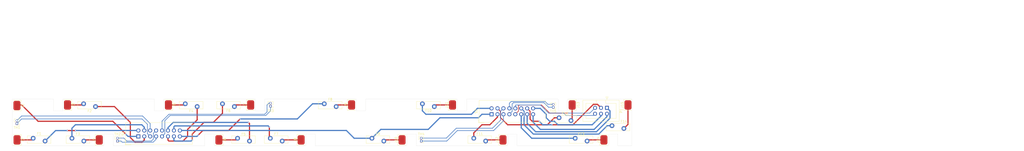
<source format=kicad_pcb>
(kicad_pcb (version 20211014) (generator pcbnew)
  (layers (0 "F.Cu" signal) (31 "B.Cu" signal) (34 "B.Paste" user) (35 "F.Paste" user) (36 "B.SilkS" user "B.Silkscreen") (37 "F.SilkS" user "F.Silkscreen") (38 "B.Mask" user) (39 "F.Mask" user) (44 "Edge.Cuts" user))
  (net 0 "")
  (net 1 "Net-(F1-Pad2)")
  (net 2 "/C1+")
  (net 3 "/C2+")
  (net 4 "Net-(F2-Pad2)")
  (net 5 "Net-(F3-Pad2)")
  (net 6 "/C3+")
  (net 7 "/C4+")
  (net 8 "Net-(F4-Pad2)")
  (net 9 "Net-(F5-Pad2)")
  (net 10 "/C5+")
  (net 11 "/C6+")
  (net 12 "Net-(F6-Pad2)")
  (net 13 "Net-(F7-Pad2)")
  (net 14 "/C7+")
  (net 15 "Net-(F8-Pad2)")
  (net 16 "/C8+")
  (net 17 "/C9+")
  (net 18 "Net-(F9-Pad2)")
  (net 19 "/C10+")
  (net 20 "Net-(F10-Pad2)")
  (net 21 "Net-(F11-Pad2)")
  (net 22 "/C11+")
  (net 23 "Net-(F12-Pad2)")
  (net 24 "/C12+")
  (net 25 "/C13+")
  (net 26 "Net-(F13-Pad2)")
  (net 27 "/C14+")
  (net 28 "Net-(F14-Pad2)")
  (net 29 "/C1-")
  (net 30 "/C15+")
  (net 31 "/C16+")
  (net 32 "/C17+")
  (net 33 "/C18+")
  (net 34 "/T6+")
  (net 35 "/T6-")
  (net 36 "/T3+")
  (net 37 "/T3-")
  (net 38 "/T2+")
  (net 39 "/T2-")
  (net 40 "/T1+")
  (net 41 "/T1-")
  (net 42 "/T4-")
  (net 43 "/T4+")
  (net 44 "/T5-")
  (net 45 "/T5+")
  (footprint "Fuse:Fuse_Bourns_MF-RG400" (layer "F.Cu") (at 30.57 154.48 180)
    (fp_text reference "F1" (at 2.55 3.2) (layer "F.SilkS"))
    (fp_text value "RF72-090F")
    (pad "1" thru_hole circle locked (at 0 0 180) (size 2.01 2.01) (drill 1.01) (layers *.Cu *.Mask) (net 2 "/C1+"))
    (pad "2" thru_hole circle locked (at 5.1 1.2 180) (size 2.01 2.01) (drill 1.01) (layers *.Cu *.Mask) (net 1 "Net-(F1-Pad2)"))
  )
  (footprint "Fuse:Fuse_Bourns_MF-RG400" (layer "F.Cu") (at 52.17 139.68 180)
    (fp_text reference "F2" (at 2.55 -1.9) (layer "F.SilkS"))
    (fp_text value "RF72-090F")
    (pad "1" thru_hole circle locked (at 0 0 180) (size 2.01 2.01) (drill 1.01) (layers *.Cu *.Mask) (net 3 "/C2+"))
    (pad "2" thru_hole circle locked (at 5.1 1.2 180) (size 2.01 2.01) (drill 1.01) (layers *.Cu *.Mask) (net 4 "Net-(F2-Pad2)"))
  )
  (footprint "Fuse:Fuse_Bourns_MF-RG400" (layer "F.Cu") (at 42.07 153.28)
    (fp_text reference "F3" (at 2.55 -1.9) (layer "F.SilkS"))
    (fp_text value "RF72-090F")
    (pad "1" thru_hole circle locked (at 0 0) (size 2.01 2.01) (drill 1.01) (layers *.Cu *.Mask) (net 6 "/C3+"))
    (pad "2" thru_hole circle locked (at 5.1 1.2) (size 2.01 2.01) (drill 1.01) (layers *.Cu *.Mask) (net 5 "Net-(F3-Pad2)"))
  )
  (footprint "Fuse:Fuse_Bourns_MF-RG400" (layer "F.Cu") (at 95.67 139.68 180)
    (fp_text reference "F4" (at 2.55 -1.9) (layer "F.SilkS"))
    (fp_text value "RF72-090F")
    (pad "1" thru_hole circle locked (at 0 0 180) (size 2.01 2.01) (drill 1.01) (layers *.Cu *.Mask) (net 7 "/C4+"))
    (pad "2" thru_hole circle locked (at 5.1 1.2 180) (size 2.01 2.01) (drill 1.01) (layers *.Cu *.Mask) (net 8 "Net-(F4-Pad2)"))
  )
  (footprint "Fuse:Fuse_Bourns_MF-RG400" (layer "F.Cu") (at 106.5 138.48)
    (fp_text reference "F6" (at 2.53 3) (layer "F.SilkS"))
    (fp_text value "RF72-090F")
    (pad "1" thru_hole circle locked (at 0 0) (size 2.01 2.01) (drill 1.01) (layers *.Cu *.Mask) (net 11 "/C6+"))
    (pad "2" thru_hole circle locked (at 5.1 1.2) (size 2.01 2.01) (drill 1.01) (layers *.Cu *.Mask) (net 12 "Net-(F6-Pad2)"))
  )
  (footprint "Fuse:Fuse_Bourns_MF-RG400" (layer "F.Cu") (at 126.97 153.28)
    (fp_text reference "F7" (at 2.55 -1.9) (layer "F.SilkS"))
    (fp_text value "RF72-090F")
    (pad "1" thru_hole circle locked (at 0 0) (size 2.01 2.01) (drill 1.01) (layers *.Cu *.Mask) (net 14 "/C7+"))
    (pad "2" thru_hole circle locked (at 5.1 1.2) (size 2.01 2.01) (drill 1.01) (layers *.Cu *.Mask) (net 13 "Net-(F7-Pad2)"))
  )
  (footprint "Fuse:Fuse_Bourns_MF-RG400" (layer "F.Cu") (at 150.07 138.48)
    (fp_text reference "F8" (at 2.55 -1.9) (layer "F.SilkS"))
    (fp_text value "RF72-090F")
    (pad "1" thru_hole circle locked (at 0 0) (size 2.01 2.01) (drill 1.01) (layers *.Cu *.Mask) (net 16 "/C8+"))
    (pad "2" thru_hole circle locked (at 5.1 1.2) (size 2.01 2.01) (drill 1.01) (layers *.Cu *.Mask) (net 15 "Net-(F8-Pad2)"))
  )
  (footprint "Fuse:Fuse_Bourns_MF-RG400" (layer "F.Cu") (at 192.07 138.48)
    (fp_text reference "F10" (at 2.55 3) (layer "F.SilkS"))
    (fp_text value "RF72-090F")
    (pad "1" thru_hole circle locked (at 0 0) (size 2.01 2.01) (drill 1.01) (layers *.Cu *.Mask) (net 19 "/C10+"))
    (pad "2" thru_hole circle locked (at 5.1 1.2) (size 2.01 2.01) (drill 1.01) (layers *.Cu *.Mask) (net 20 "Net-(F10-Pad2)"))
  )
  (footprint "Fuse:Fuse_Bourns_MF-RG400" (layer "F.Cu") (at 214.07 153.28)
    (fp_text reference "F11" (at 2.55 -1.9) (layer "F.SilkS"))
    (fp_text value "RF72-090F")
    (pad "1" thru_hole circle locked (at 0 0) (size 2.01 2.01) (drill 1.01) (layers *.Cu *.Mask) (net 22 "/C11+"))
    (pad "2" thru_hole circle locked (at 5.1 1.2) (size 2.01 2.01) (drill 1.01) (layers *.Cu *.Mask) (net 21 "Net-(F11-Pad2)"))
  )
  (footprint "Fuse:Fuse_Bourns_MF-RG400" (layer "F.Cu") (at 250.57 144.48)
    (fp_text reference "F12" (at 2.55 -1.9) (layer "F.SilkS"))
    (fp_text value "RF72-090F")
    (pad "1" thru_hole circle locked (at 0 0) (size 2.01 2.01) (drill 1.01) (layers *.Cu *.Mask) (net 24 "/C12+"))
    (pad "2" thru_hole circle locked (at 5.1 1.2) (size 2.01 2.01) (drill 1.01) (layers *.Cu *.Mask) (net 23 "Net-(F12-Pad2)"))
  )
  (footprint "Fuse:Fuse_Bourns_MF-RG400" (layer "F.Cu") (at 257.47 153.28)
    (fp_text reference "F13" (at 2.55 -1.9) (layer "F.SilkS"))
    (fp_text value "RF72-090F")
    (pad "1" thru_hole circle locked (at 0 0) (size 2.01 2.01) (drill 1.01) (layers *.Cu *.Mask) (net 25 "/C13+"))
    (pad "2" thru_hole circle locked (at 5.1 1.2) (size 2.01 2.01) (drill 1.01) (layers *.Cu *.Mask) (net 26 "Net-(F13-Pad2)"))
  )
  (footprint "Connector_IDC:IDC-Header_2x08_P2.54mm_Vertical" (layer "F.Cu") (at 70.48 152.48 90)
    (fp_text reference "S1" (at 1.27 -6.604 90) (layer "F.SilkS"))
    (fp_text value "T821116A1S100CEU")
    (pad "1" thru_hole rect locked (at 0 0 90) (size 1.7272 1.7272) (drill 1.016) (layers *.Cu *.Mask) (net 29 "/C1-"))
    (pad "2" thru_hole oval locked (at 2.54 0 90) (size 1.7272 1.7272) (drill 1.016) (layers *.Cu *.Mask) (net 2 "/C1+"))
    (pad "3" thru_hole oval locked (at 0 2.54 90) (size 1.7272 1.7272) (drill 1.016) (layers *.Cu *.Mask) (net 3 "/C2+"))
    (pad "4" thru_hole oval locked (at 2.54 2.54 90) (size 1.7272 1.7272) (drill 1.016) (layers *.Cu *.Mask) (net 6 "/C3+"))
    (pad "5" thru_hole oval locked (at 0 5.08 90) (size 1.7272 1.7272) (drill 1.016) (layers *.Cu *.Mask) (net 41 "/T1-"))
    (pad "6" thru_hole oval locked (at 2.54 5.08 90) (size 1.7272 1.7272) (drill 1.016) (layers *.Cu *.Mask) (net 40 "/T1+"))
    (pad "7" thru_hole oval locked (at 0 7.62 90) (size 1.7272 1.7272) (drill 1.016) (layers *.Cu *.Mask) (net 39 "/T2-"))
    (pad "8" thru_hole oval locked (at 2.54 7.62 90) (size 1.7272 1.7272) (drill 1.016) (layers *.Cu *.Mask) (net 38 "/T2+"))
    (pad "9" thru_hole oval locked (at 0 10.16 90) (size 1.7272 1.7272) (drill 1.016) (layers *.Cu *.Mask) (net 37 "/T3-"))
    (pad "10" thru_hole oval locked (at 2.54 10.16 90) (size 1.7272 1.7272) (drill 1.016) (layers *.Cu *.Mask) (net 36 "/T3+"))
    (pad "11" thru_hole oval locked (at 0 12.7 90) (size 1.7272 1.7272) (drill 1.016) (layers *.Cu *.Mask) (net 7 "/C4+"))
    (pad "12" thru_hole oval locked (at 2.54 12.7 90) (size 1.7272 1.7272) (drill 1.016) (layers *.Cu *.Mask) (net 10 "/C5+"))
    (pad "13" thru_hole oval locked (at 0 15.24 90) (size 1.7272 1.7272) (drill 1.016) (layers *.Cu *.Mask) (net 11 "/C6+"))
    (pad "14" thru_hole oval locked (at 2.54 15.24 90) (size 1.7272 1.7272) (drill 1.016) (layers *.Cu *.Mask) (net 14 "/C7+"))
    (pad "15" thru_hole oval locked (at 0 17.78 90) (size 1.7272 1.7272) (drill 1.016) (layers *.Cu *.Mask) (net 16 "/C8+"))
    (pad "16" thru_hole oval locked (at 2.54 17.78 90) (size 1.7272 1.7272) (drill 1.016) (layers *.Cu *.Mask) (net 17 "/C9+"))
  )
  (footprint "Connector_IDC:IDC-Header_2x08_P2.54mm_Vertical" (layer "F.Cu") (at 221.68 142.98 90)
    (fp_text reference "S2" (at 1.27 -6.604 90) (layer "F.SilkS"))
    (fp_text value "T821116A1S100CEU")
    (pad "1" thru_hole rect locked (at 0 0 90) (size 1.7272 1.7272) (drill 1.016) (layers *.Cu *.Mask) (net 17 "/C9+"))
    (pad "2" thru_hole oval locked (at 2.54 0 90) (size 1.7272 1.7272) (drill 1.016) (layers *.Cu *.Mask) (net 19 "/C10+"))
    (pad "3" thru_hole oval locked (at 0 2.54 90) (size 1.7272 1.7272) (drill 1.016) (layers *.Cu *.Mask) (net 22 "/C11+"))
    (pad "4" thru_hole oval locked (at 2.54 2.54 90) (size 1.7272 1.7272) (drill 1.016) (layers *.Cu *.Mask) (net 24 "/C12+"))
    (pad "5" thru_hole oval locked (at 0 5.08 90) (size 1.7272 1.7272) (drill 1.016) (layers *.Cu *.Mask) (net 42 "/T4-"))
    (pad "6" thru_hole oval locked (at 2.54 5.08 90) (size 1.7272 1.7272) (drill 1.016) (layers *.Cu *.Mask) (net 43 "/T4+"))
    (pad "7" thru_hole oval locked (at 0 7.62 90) (size 1.7272 1.7272) (drill 1.016) (layers *.Cu *.Mask) (net 44 "/T5-"))
    (pad "8" thru_hole oval locked (at 2.54 7.62 90) (size 1.7272 1.7272) (drill 1.016) (layers *.Cu *.Mask) (net 45 "/T5+"))
    (pad "9" thru_hole oval locked (at 0 10.16 90) (size 1.7272 1.7272) (drill 1.016) (layers *.Cu *.Mask) (net 35 "/T6-"))
    (pad "10" thru_hole oval locked (at 2.54 10.16 90) (size 1.7272 1.7272) (drill 1.016) (layers *.Cu *.Mask) (net 34 "/T6+"))
    (pad "11" thru_hole oval locked (at 0 12.7 90) (size 1.7272 1.7272) (drill 1.016) (layers *.Cu *.Mask) (net 25 "/C13+"))
    (pad "12" thru_hole oval locked (at 2.54 12.7 90) (size 1.7272 1.7272) (drill 1.016) (layers *.Cu *.Mask) (net 27 "/C14+"))
    (pad "13" thru_hole oval locked (at 0 15.24 90) (size 1.7272 1.7272) (drill 1.016) (layers *.Cu *.Mask) (net 30 "/C15+"))
    (pad "14" thru_hole oval locked (at 2.54 15.24 90) (size 1.7272 1.7272) (drill 1.016) (layers *.Cu *.Mask) (net 31 "/C16+"))
    (pad "15" thru_hole oval locked (at 0 17.78 90) (size 1.7272 1.7272) (drill 1.016) (layers *.Cu *.Mask) (net 32 "/C17+"))
    (pad "16" thru_hole oval locked (at 2.54 17.78 90) (size 1.7272 1.7272) (drill 1.016) (layers *.Cu *.Mask) (net 33 "/C18+"))
  )
  (footprint "Connector_PinHeader_1.27mm:PinHeader_1x02_P1.27mm_Vertical" (layer "F.Cu") (at 61.57 154.48 180)
    (fp_text reference "TH2" (at 0 3) (layer "F.SilkS"))
    (fp_text value "B57861S0103F040")
    (pad "1" thru_hole rect locked (at 0 0 180) (size 1 1) (drill 0.65) (layers *.Cu *.Mask) (net 39 "/T2-"))
    (pad "2" thru_hole oval locked (at 0 1.27 180) (size 1 1) (drill 0.65) (layers *.Cu *.Mask) (net 38 "/T2+"))
  )
  (footprint "Connector_PinHeader_1.27mm:PinHeader_1x02_P1.27mm_Vertical" (layer "F.Cu") (at 191.57 154.48 180)
    (fp_text reference "TH4" (at 0 3) (layer "F.SilkS"))
    (fp_text value "B57861S0103F040")
    (pad "1" thru_hole rect locked (at 0 0 180) (size 1 1) (drill 0.65) (layers *.Cu *.Mask) (net 42 "/T4-"))
    (pad "2" thru_hole oval locked (at 0 1.27 180) (size 1 1) (drill 0.65) (layers *.Cu *.Mask) (net 43 "/T4+"))
  )
  (footprint "Connector_PinHeader_1.27mm:PinHeader_1x02_P1.27mm_Vertical" (layer "F.Cu") (at 248.07 139.98 180)
    (fp_text reference "TH5" (at 0 -1.695) (layer "F.SilkS"))
    (fp_text value "B57861S0103F040")
    (pad "1" thru_hole rect locked (at 0 0 180) (size 1 1) (drill 0.65) (layers *.Cu *.Mask) (net 44 "/T5-"))
    (pad "2" thru_hole oval locked (at 0 1.27 180) (size 1 1) (drill 0.65) (layers *.Cu *.Mask) (net 45 "/T5+"))
  )
  (footprint "PUTM_EV_BMS_HV_Signal_2021:CELL_PAD" (layer "F.Cu") (at 140.17 153.98 -90)
    (fp_text reference "J8" (at 0 2.54 90) (layer "F.SilkS"))
    (fp_text value "PAD")
    (pad "1" smd roundrect locked (at 0 0 270) (size 4 3) (layers "F.Cu" "F.Paste" "F.Mask") (net 13 "Net-(F7-Pad2)"))
  )
  (footprint "PUTM_EV_BMS_HV_Signal_2021:CELL_PAD" (layer "F.Cu") (at 161.77 138.98 -90)
    (fp_text reference "J9" (at 0 2.54 90) (layer "F.SilkS"))
    (fp_text value "PAD")
    (pad "1" smd roundrect locked (at 0 0 270) (size 4 3) (layers "F.Cu" "F.Paste" "F.Mask") (net 15 "Net-(F8-Pad2)"))
  )
  (footprint "PUTM_EV_BMS_HV_Signal_2021:CELL_PAD" (layer "F.Cu") (at 226.57 153.98 -90)
    (fp_text reference "J12" (at 0 2.54 90) (layer "F.SilkS"))
    (fp_text value "PAD")
    (pad "1" smd roundrect locked (at 0 0 270) (size 4 3) (layers "F.Cu" "F.Paste" "F.Mask") (net 21 "Net-(F11-Pad2)"))
  )
  (footprint "PUTM_EV_BMS_HV_Signal_2021:CELL_PAD" (layer "F.Cu") (at 256.17 138.98 90)
    (fp_text reference "J13" (at 0 2.54 90) (layer "F.SilkS"))
    (fp_text value "PAD")
    (pad "1" smd roundrect locked (at 0 0 90) (size 4 3) (layers "F.Cu" "F.Paste" "F.Mask") (net 23 "Net-(F12-Pad2)"))
  )
  (footprint "PUTM_EV_BMS_HV_Signal_2021:CELL_PAD" (layer "F.Cu") (at 118.57 138.98 -90)
    (fp_text reference "J7" (at 0 2.54 90) (layer "F.SilkS"))
    (fp_text value "PAD")
    (pad "1" smd roundrect locked (at 0 0 270) (size 4 3) (layers "F.Cu" "F.Paste" "F.Mask") (net 12 "Net-(F6-Pad2)"))
  )
  (footprint "PUTM_EV_BMS_HV_Signal_2021:CELL_PAD" (layer "F.Cu") (at 83.37 138.98 90)
    (fp_text reference "J5" (at 0 2.54 90) (layer "F.SilkS"))
    (fp_text value "PAD")
    (pad "1" smd roundrect locked (at 0 0 90) (size 4 3) (layers "F.Cu" "F.Paste" "F.Mask") (net 8 "Net-(F4-Pad2)"))
  )
  (footprint "PUTM_EV_BMS_HV_Signal_2021:CELL_PAD" (layer "F.Cu") (at 104.97 153.98 90)
    (fp_text reference "J6" (at 0 2.54 90) (layer "F.SilkS"))
    (fp_text value "PAD")
    (pad "1" smd roundrect locked (at 0 0 90) (size 4 3) (layers "F.Cu" "F.Paste" "F.Mask") (net 9 "Net-(F5-Pad2)"))
  )
  (footprint "PUTM_EV_BMS_HV_Signal_2021:CELL_PAD" (layer "F.Cu") (at 204.97 138.98 -90)
    (fp_text reference "J11" (at 0 2.54 90) (layer "F.SilkS"))
    (fp_text value "PAD")
    (pad "1" smd roundrect locked (at 0 0 270) (size 4 3) (layers "F.Cu" "F.Paste" "F.Mask") (net 20 "Net-(F10-Pad2)"))
  )
  (footprint "PUTM_EV_BMS_HV_Signal_2021:CELL_PAD" (layer "F.Cu") (at 269.77 153.98 -90)
    (fp_text reference "J14" (at 0 2.54 90) (layer "F.SilkS"))
    (fp_text value "PAD")
    (pad "1" smd roundrect locked (at 0 0 270) (size 4 3) (layers "F.Cu" "F.Paste" "F.Mask") (net 26 "Net-(F13-Pad2)"))
  )
  (footprint "PUTM_EV_BMS_HV_Signal_2021:CELL_PAD" (layer "F.Cu") (at 18.52 139.23 90)
    (fp_text reference "J1" (at 0 2.54 90) (layer "F.SilkS"))
    (fp_text value "PAD")
    (pad "1" smd roundrect locked (at 0 0 90) (size 4 3) (layers "F.Cu" "F.Paste" "F.Mask") (net 29 "/C1-"))
  )
  (footprint "PUTM_EV_BMS_HV_Signal_2021:CELL_PAD" (layer "F.Cu") (at 40.17 138.98 90)
    (fp_text reference "J3" (at 0 2.54 90) (layer "F.SilkS"))
    (fp_text value "PAD")
    (pad "1" smd roundrect locked (at 0 0 90) (size 4 3) (layers "F.Cu" "F.Paste" "F.Mask") (net 4 "Net-(F2-Pad2)"))
  )
  (footprint "PUTM_EV_BMS_HV_Signal_2021:CELL_PAD" (layer "F.Cu") (at 53.77 153.98 -90)
    (fp_text reference "J4" (at 0 2.54 90) (layer "F.SilkS"))
    (fp_text value "PAD")
    (pad "1" smd roundrect locked (at 0 0 270) (size 4 3) (layers "F.Cu" "F.Paste" "F.Mask") (net 5 "Net-(F3-Pad2)"))
  )
  (footprint "PUTM_EV_BMS_HV_Signal_2021:CELL_PAD" (layer "F.Cu") (at 280.07 138.98 -90)
    (fp_text reference "J15" (at 0 2.54 90) (layer "F.SilkS"))
    (fp_text value "PAD")
    (pad "1" smd roundrect locked (at 0 0 270) (size 4 3) (layers "F.Cu" "F.Paste" "F.Mask") (net 28 "Net-(F14-Pad2)"))
  )
  (footprint "PUTM_EV_BMS_HV_Signal_2021:CELL_PAD" (layer "F.Cu") (at 183.37 153.98 -90)
    (fp_text reference "J10" (at 0 2.54 90) (layer "F.SilkS"))
    (fp_text value "PAD")
    (pad "1" smd roundrect locked (at 0 0 270) (size 4 3) (layers "F.Cu" "F.Paste" "F.Mask") (net 18 "Net-(F9-Pad2)"))
  )
  (footprint "PUTM_EV_BMS_HV_Signal_2021:CELL_PAD" (layer "F.Cu") (at 18.57 153.98 90)
    (fp_text reference "J2" (at 0 2.54 90) (layer "F.SilkS"))
    (fp_text value "PAD")
    (pad "1" smd roundrect locked (at 0 0 90) (size 4 3) (layers "F.Cu" "F.Paste" "F.Mask") (net 1 "Net-(F1-Pad2)"))
  )
  (footprint "Fuse:Fuse_Bourns_MF-RG400" (layer "F.Cu") (at 118.07 154.48 180)
    (fp_text reference "F5" (at 2.55 3) (layer "F.SilkS"))
    (fp_text value "RF72-090F")
    (pad "1" thru_hole circle locked (at 0 0 180) (size 2.01 2.01) (drill 1.01) (layers *.Cu *.Mask) (net 10 "/C5+"))
    (pad "2" thru_hole circle locked (at 5.1 1.2 180) (size 2.01 2.01) (drill 1.01) (layers *.Cu *.Mask) (net 9 "Net-(F5-Pad2)"))
  )
  (footprint "Fuse:Fuse_Bourns_MF-RG400" (layer "F.Cu") (at 170.47 153.28)
    (fp_text reference "F9" (at 2.55 -1.9) (layer "F.SilkS"))
    (fp_text value "RF72-090F")
    (pad "1" thru_hole circle locked (at 0 0) (size 2.01 2.01) (drill 1.01) (layers *.Cu *.Mask) (net 17 "/C9+"))
    (pad "2" thru_hole circle locked (at 5.1 1.2) (size 2.01 2.01) (drill 1.01) (layers *.Cu *.Mask) (net 18 "Net-(F9-Pad2)"))
  )
  (footprint "Fuse:Fuse_Bourns_MF-RG400" (layer "F.Cu") (at 273.22 147.88)
    (fp_text reference "F14" (at 5.05 -1.8225) (layer "F.SilkS"))
    (fp_text value "RF72-090F")
    (pad "1" thru_hole circle locked (at 0 0) (size 2.01 2.01) (drill 1.01) (layers *.Cu *.Mask) (net 27 "/C14+"))
    (pad "2" thru_hole circle locked (at 5.1 1.2) (size 2.01 2.01) (drill 1.01) (layers *.Cu *.Mask) (net 28 "Net-(F14-Pad2)"))
  )
  (footprint "Connector_IDC:IDC-Header_2x03_P2.54mm_Vertical" (layer "F.Cu") (at 271.07 140.2275 -90)
    (fp_text reference "P1" (at 1.27 -6.1 -90) (layer "F.SilkS"))
    (fp_text value "Board_B")
    (pad "1" thru_hole roundrect locked (at 0 0 270) (size 1.7 1.7) (drill 1) (layers *.Cu *.Mask) (roundrect_rratio 0.1470588235) (net 30 "/C15+"))
    (pad "2" thru_hole circle locked (at 2.54 0 270) (size 1.7 1.7) (drill 1) (layers *.Cu *.Mask) (net 32 "/C17+"))
    (pad "3" thru_hole circle locked (at 0 2.54 270) (size 1.7 1.7) (drill 1) (layers *.Cu *.Mask) (net 31 "/C16+"))
    (pad "4" thru_hole circle locked (at 2.54 2.54 270) (size 1.7 1.7) (drill 1) (layers *.Cu *.Mask) (net 33 "/C18+"))
    (pad "5" thru_hole circle locked (at 0 5.08 270) (size 1.7 1.7) (drill 1) (layers *.Cu *.Mask) (net 35 "/T6-"))
    (pad "6" thru_hole circle locked (at 2.54 5.08 270) (size 1.7 1.7) (drill 1) (layers *.Cu *.Mask) (net 34 "/T6+"))
  )
  (footprint "Connector_PinHeader_1.27mm:PinHeader_1x02_P1.27mm_Vertical" (layer "F.Cu") (at 18.52 146.98 180)
    (fp_text reference "TH1" (at 0 -1.695) (layer "F.SilkS"))
    (fp_text value "B57861S0103F040")
    (pad "1" thru_hole rect locked (at 0 0 180) (size 1 1) (drill 0.65) (layers *.Cu *.Mask) (net 41 "/T1-"))
    (pad "2" thru_hole oval locked (at 0 1.27 180) (size 1 1) (drill 0.65) (layers *.Cu *.Mask) (net 40 "/T1+"))
  )
  (footprint "Connector_PinHeader_1.27mm:PinHeader_1x02_P1.27mm_Vertical" (layer "F.Cu") (at 127.07 139.48 180)
    (fp_text reference "TH3" (at 0 -2) (layer "F.SilkS"))
    (fp_text value "B57861S0103F040")
    (pad "1" thru_hole rect locked (at 0 0 180) (size 1 1) (drill 0.65) (layers *.Cu *.Mask) (net 37 "/T3-"))
    (pad "2" thru_hole oval locked (at 0 1.27 180) (size 1 1) (drill 0.65) (layers *.Cu *.Mask) (net 36 "/T3+"))
  )
  (gr_line (start 271.77 156.48) (end 271.77 151.48) (layer "Edge.Cuts") (width 0.05))
  (gr_line (start 275.77 151.48) (end 275.77 156.48) (layer "Edge.Cuts") (width 0.05))
  (gr_line (start 271.77 151.48) (end 275.77 151.48) (layer "Edge.Cuts") (width 0.05))
  (gr_line (start 250.17 136.48) (end 250.17 141.48) (layer "Edge.Cuts") (width 0.05))
  (gr_line (start 254.17 141.48) (end 254.17 136.48) (layer "Edge.Cuts") (width 0.05))
  (gr_line (start 250.17 141.48) (end 254.17 141.48) (layer "Edge.Cuts") (width 0.05))
  (gr_line (start 281.77 156.48) (end 275.77 156.48) (layer "Edge.Cuts") (width 0.05))
  (gr_line (start 254.17 136.48) (end 281.77 136.48) (layer "Edge.Cuts") (width 0.05))
  (gr_line (start 271.77 156.48) (end 232.57 156.48) (layer "Edge.Cuts") (width 0.05))
  (gr_line (start 228.57 156.48) (end 189.37 156.48) (layer "Edge.Cuts") (width 0.05))
  (gr_line (start 185.37 156.48) (end 146.17 156.48) (layer "Edge.Cuts") (width 0.05))
  (gr_line (start 142.17 156.48) (end 102.97 156.48) (layer "Edge.Cuts") (width 0.05))
  (gr_line (start 98.97 156.48) (end 59.77 156.48) (layer "Edge.Cuts") (width 0.05))
  (gr_line (start 55.77 156.48) (end 16.57 156.48) (layer "Edge.Cuts") (width 0.05))
  (gr_line (start 81.37 141.48) (end 81.37 136.48) (layer "Edge.Cuts") (width 0.05))
  (gr_line (start 77.37 141.48) (end 81.37 141.48) (layer "Edge.Cuts") (width 0.05))
  (gr_line (start 250.17 136.48) (end 210.97 136.48) (layer "Edge.Cuts") (width 0.05))
  (gr_line (start 206.97 136.48) (end 167.77 136.48) (layer "Edge.Cuts") (width 0.05))
  (gr_line (start 163.77 136.48) (end 124.57 136.48) (layer "Edge.Cuts") (width 0.05))
  (gr_line (start 120.57 136.48) (end 81.37 136.48) (layer "Edge.Cuts") (width 0.05))
  (gr_line (start 77.37 136.48) (end 38.17 136.48) (layer "Edge.Cuts") (width 0.05))
  (gr_line (start 34.17 136.48) (end 16.52 136.48) (layer "Edge.Cuts") (width 0.05))
  (gr_line (start 189.37 151.48) (end 189.37 156.48) (layer "Edge.Cuts") (width 0.05))
  (gr_line (start 206.97 136.48) (end 206.97 141.48) (layer "Edge.Cuts") (width 0.05))
  (gr_line (start 185.37 151.48) (end 189.37 151.48) (layer "Edge.Cuts") (width 0.05))
  (gr_line (start 124.57 141.48) (end 124.57 136.48) (layer "Edge.Cuts") (width 0.05))
  (gr_line (start 281.77 136.48) (end 281.77 156.48) (layer "Edge.Cuts") (width 0.05))
  (gr_line (start 98.97 156.48) (end 98.97 151.48) (layer "Edge.Cuts") (width 0.05))
  (gr_line (start 34.17 141.48) (end 38.17 141.48) (layer "Edge.Cuts") (width 0.05))
  (gr_line (start 232.57 151.48) (end 232.57 156.48) (layer "Edge.Cuts") (width 0.05))
  (gr_line (start 59.77 151.48) (end 59.77 156.48) (layer "Edge.Cuts") (width 0.05))
  (gr_line (start 142.17 151.48) (end 146.17 151.48) (layer "Edge.Cuts") (width 0.05))
  (gr_line (start 77.37 136.48) (end 77.37 141.48) (layer "Edge.Cuts") (width 0.05))
  (gr_line (start 167.77 141.48) (end 167.77 136.48) (layer "Edge.Cuts") (width 0.05))
  (gr_line (start 55.77 151.48) (end 59.77 151.48) (layer "Edge.Cuts") (width 0.05))
  (gr_line (start 38.17 141.48) (end 38.17 136.48) (layer "Edge.Cuts") (width 0.05))
  (gr_line (start 163.77 141.48) (end 167.77 141.48) (layer "Edge.Cuts") (width 0.05))
  (gr_line (start 16.52 136.48) (end 16.52 156.48) (layer "Edge.Cuts") (width 0.05))
  (gr_line (start 228.57 151.48) (end 232.57 151.48) (layer "Edge.Cuts") (width 0.05))
  (gr_line (start 120.57 136.48) (end 120.57 141.48) (layer "Edge.Cuts") (width 0.05))
  (gr_line (start 34.17 136.48) (end 34.17 141.48) (layer "Edge.Cuts") (width 0.05))
  (gr_line (start 102.97 151.48) (end 102.97 156.48) (layer "Edge.Cuts") (width 0.05))
  (gr_line (start 185.37 156.48) (end 185.37 151.48) (layer "Edge.Cuts") (width 0.05))
  (gr_line (start 163.77 136.48) (end 163.77 141.48) (layer "Edge.Cuts") (width 0.05))
  (gr_line (start 98.97 151.48) (end 102.97 151.48) (layer "Edge.Cuts") (width 0.05))
  (gr_line (start 120.57 141.48) (end 124.57 141.48) (layer "Edge.Cuts") (width 0.05))
  (gr_line (start 210.97 141.48) (end 210.97 136.48) (layer "Edge.Cuts") (width 0.05))
  (gr_line (start 228.57 156.48) (end 228.57 151.48) (layer "Edge.Cuts") (width 0.05))
  (gr_line (start 146.17 151.48) (end 146.17 156.48) (layer "Edge.Cuts") (width 0.05))
  (gr_line (start 206.97 141.48) (end 210.97 141.48) (layer "Edge.Cuts") (width 0.05))
  (gr_line (start 142.17 156.48) (end 142.17 151.48) (layer "Edge.Cuts") (width 0.05))
  (gr_line (start 55.77 156.48) (end 55.77 151.48) (layer "Edge.Cuts") (width 0.05))
  (segment (start 18.57 153.98) (end 24.77 153.98) (width 0.508) (layer "F.Cu") (net 1))
  (segment (start 24.77 153.98) (end 25.47 153.28) (width 0.508) (layer "F.Cu") (net 1))
  (segment (start 43.57 149.98) (end 40.07 149.98) (width 0.508) (layer "F.Cu") (net 2))
  (via (at 40.07 149.98) (size 0.6) (drill 0.4) (layers "F.Cu" "B.Cu") (net 2))
  (via (at 43.57 149.98) (size 0.6) (drill 0.4) (layers "F.Cu" "B.Cu") (net 2))
  (segment (start 35.07 149.98) (end 30.57 154.48) (width 0.508) (layer "B.Cu") (net 2))
  (segment (start 43.61 149.94) (end 43.57 149.98) (width 0.508) (layer "B.Cu") (net 2))
  (segment (start 40.07 149.98) (end 35.07 149.98) (width 0.508) (layer "B.Cu") (net 2))
  (segment (start 70.48 149.94) (end 43.61 149.94) (width 0.508) (layer "B.Cu") (net 2))
  (segment (start 73.02 154.03) (end 72.07 154.98) (width 0.508) (layer "F.Cu") (net 3))
  (segment (start 73.02 152.48) (end 73.02 154.03) (width 0.508) (layer "F.Cu") (net 3))
  (segment (start 60.27 139.68) (end 52.17 139.68) (width 0.508) (layer "F.Cu") (net 3))
  (segment (start 69.07 154.98) (end 67.07 152.98) (width 0.508) (layer "F.Cu") (net 3))
  (segment (start 67.07 152.98) (end 67.07 146.48) (width 0.508) (layer "F.Cu") (net 3))
  (segment (start 72.07 154.98) (end 69.07 154.98) (width 0.508) (layer "F.Cu") (net 3))
  (segment (start 67.07 146.48) (end 60.27 139.68) (width 0.508) (layer "F.Cu") (net 3))
  (segment (start 40.17 138.98) (end 46.57 138.98) (width 0.508) (layer "F.Cu") (net 4))
  (segment (start 46.57 138.98) (end 47.07 138.48) (width 0.508) (layer "F.Cu") (net 4))
  (segment (start 53.77 153.98) (end 47.67 153.98) (width 0.508) (layer "F.Cu") (net 5))
  (segment (start 47.67 153.98) (end 47.17 154.48) (width 0.508) (layer "F.Cu") (net 5))
  (segment (start 43.57 147.48) (end 42.07 148.98) (width 0.508) (layer "B.Cu") (net 6))
  (segment (start 73.02 148.53) (end 71.97 147.48) (width 0.508) (layer "B.Cu") (net 6))
  (segment (start 73.02 149.94) (end 73.02 148.53) (width 0.508) (layer "B.Cu") (net 6))
  (segment (start 42.07 148.98) (end 42.07 153.28) (width 0.508) (layer "B.Cu") (net 6))
  (segment (start 71.97 147.48) (end 43.57 147.48) (width 0.508) (layer "B.Cu") (net 6))
  (segment (start 91.57 149.48) (end 95.67 145.38) (width 0.508) (layer "F.Cu") (net 7))
  (segment (start 83.57 154.48) (end 89.57 154.48) (width 0.508) (layer "F.Cu") (net 7))
  (segment (start 83.18 154.09) (end 83.57 154.48) (width 0.508) (layer "F.Cu") (net 7))
  (segment (start 83.18 152.48) (end 83.18 154.09) (width 0.508) (layer "F.Cu") (net 7))
  (segment (start 89.57 154.48) (end 91.57 152.48) (width 0.508) (layer "F.Cu") (net 7))
  (segment (start 95.67 145.38) (end 95.67 139.68) (width 0.508) (layer "F.Cu") (net 7))
  (segment (start 91.57 152.48) (end 91.57 149.48) (width 0.508) (layer "F.Cu") (net 7))
  (segment (start 83.37 138.98) (end 90.07 138.98) (width 0.508) (layer "F.Cu") (net 8))
  (segment (start 90.07 138.98) (end 90.57 138.48) (width 0.508) (layer "F.Cu") (net 8))
  (segment (start 104.97 153.98) (end 112.27 153.98) (width 0.508) (layer "F.Cu") (net 9))
  (segment (start 112.27 153.98) (end 112.97 153.28) (width 0.508) (layer "F.Cu") (net 9))
  (segment (start 118.07 146.98) (end 118.07 154.48) (width 0.508) (layer "F.Cu") (net 10))
  (segment (start 117.57 146.48) (end 118.07 146.98) (width 0.508) (layer "F.Cu") (net 10))
  (via (at 117.57 146.48) (size 0.6) (drill 0.4) (layers "F.Cu" "B.Cu") (net 10))
  (segment (start 83.18 149.94) (end 83.18 148.718686) (width 0.508) (layer "B.Cu") (net 10))
  (segment (start 83.18 148.718686) (end 85.418686 146.48) (width 0.508) (layer "B.Cu") (net 10))
  (segment (start 85.418686 146.48) (end 117.57 146.48) (width 0.508) (layer "B.Cu") (net 10))
  (segment (start 98.57 146.48) (end 102.57 146.48) (width 0.508) (layer "F.Cu") (net 11))
  (segment (start 102.57 146.48) (end 106.5 142.55) (width 0.508) (layer "F.Cu") (net 11))
  (segment (start 106.5 142.55) (end 106.5 138.48) (width 0.508) (layer "F.Cu") (net 11))
  (segment (start 93.57 153.98) (end 93.57 151.48) (width 0.508) (layer "F.Cu") (net 11))
  (segment (start 93.57 151.48) (end 98.57 146.48) (width 0.508) (layer "F.Cu") (net 11))
  (via (at 93.57 153.98) (size 0.6) (drill 0.4) (layers "F.Cu" "B.Cu") (net 11))
  (segment (start 85.72 154.13) (end 86.07 154.48) (width 0.508) (layer "B.Cu") (net 11))
  (segment (start 93.07 154.48) (end 93.57 153.98) (width 0.508) (layer "B.Cu") (net 11))
  (segment (start 85.72 152.48) (end 85.72 154.13) (width 0.508) (layer "B.Cu") (net 11))
  (segment (start 86.07 154.48) (end 93.07 154.48) (width 0.508) (layer "B.Cu") (net 11))
  (segment (start 112.3 138.98) (end 111.6 139.68) (width 0.508) (layer "F.Cu") (net 12))
  (segment (start 118.57 138.98) (end 112.3 138.98) (width 0.508) (layer "F.Cu") (net 12))
  (segment (start 132.57 153.98) (end 132.07 154.48) (width 0.508) (layer "F.Cu") (net 13))
  (segment (start 140.17 153.98) (end 132.57 153.98) (width 0.508) (layer "F.Cu") (net 13))
  (segment (start 126.57 148.48) (end 126.57 152.88) (width 0.508) (layer "F.Cu") (net 14))
  (segment (start 126.57 152.88) (end 126.97 153.28) (width 0.508) (layer "F.Cu") (net 14))
  (via (at 126.57 148.48) (size 0.6) (drill 0.4) (layers "F.Cu" "B.Cu") (net 14))
  (segment (start 126.07 147.98) (end 126.57 148.48) (width 0.508) (layer "B.Cu") (net 14))
  (segment (start 85.72 149.94) (end 85.72 148.33) (width 0.508) (layer "B.Cu") (net 14))
  (segment (start 86.07 147.98) (end 126.07 147.98) (width 0.508) (layer "B.Cu") (net 14))
  (segment (start 85.72 148.33) (end 86.07 147.98) (width 0.508) (layer "B.Cu") (net 14))
  (segment (start 161.77 138.98) (end 155.87 138.98) (width 0.508) (layer "F.Cu") (net 15))
  (segment (start 155.87 138.98) (end 155.17 139.68) (width 0.508) (layer "F.Cu") (net 15))
  (segment (start 96.07 151.98) (end 98.07 149.98) (width 0.508) (layer "F.Cu") (net 16))
  (segment (start 109.07 149.98) (end 98.57 149.98) (width 0.508) (layer "F.Cu") (net 16))
  (segment (start 114.07 144.98) (end 109.07 149.98) (width 0.508) (layer "F.Cu") (net 16))
  (segment (start 98.07 149.98) (end 98.57 149.98) (width 0.508) (layer "F.Cu") (net 16))
  (via (at 96.07 151.98) (size 0.6) (drill 0.4) (layers "F.Cu" "B.Cu") (net 16))
  (via (at 114.07 144.98) (size 0.6) (drill 0.4) (layers "F.Cu" "B.Cu") (net 16))
  (segment (start 145.07 138.48) (end 138.57 144.98) (width 0.508) (layer "B.Cu") (net 16))
  (segment (start 95.57 152.48) (end 96.07 151.98) (width 0.508) (layer "B.Cu") (net 16))
  (segment (start 150.07 138.48) (end 145.07 138.48) (width 0.508) (layer "B.Cu") (net 16))
  (segment (start 138.57 144.98) (end 114.07 144.98) (width 0.508) (layer "B.Cu") (net 16))
  (segment (start 88.26 152.48) (end 95.57 152.48) (width 0.508) (layer "B.Cu") (net 16))
  (segment (start 217.57 142.98) (end 221.68 142.98) (width 0.508) (layer "B.Cu") (net 17))
  (segment (start 162.87 153.28) (end 170.47 153.28) (width 0.508) (layer "B.Cu") (net 17))
  (segment (start 88.26 149.94) (end 159.53 149.94) (width 0.508) (layer "B.Cu") (net 17))
  (segment (start 194.57 149.48) (end 199.57 144.48) (width 0.508) (layer "B.Cu") (net 17))
  (segment (start 216.07 144.48) (end 217.57 142.98) (width 0.508) (layer "B.Cu") (net 17))
  (segment (start 174.27 149.48) (end 194.57 149.48) (width 0.508) (layer "B.Cu") (net 17))
  (segment (start 170.47 153.28) (end 174.27 149.48) (width 0.508) (layer "B.Cu") (net 17))
  (segment (start 199.57 144.48) (end 216.07 144.48) (width 0.508) (layer "B.Cu") (net 17))
  (segment (start 159.53 149.94) (end 162.87 153.28) (width 0.508) (layer "B.Cu") (net 17))
  (segment (start 176.07 153.98) (end 175.57 154.48) (width 0.508) (layer "F.Cu") (net 18))
  (segment (start 183.37 153.98) (end 176.07 153.98) (width 0.508) (layer "F.Cu") (net 18))
  (segment (start 193.57 142.98) (end 192.07 141.48) (width 0.508) (layer "B.Cu") (net 19))
  (segment (start 221.68 140.44) (end 215.61 140.44) (width 0.508) (layer "B.Cu") (net 19))
  (segment (start 215.61 140.44) (end 213.07 142.98) (width 0.508) (layer "B.Cu") (net 19))
  (segment (start 213.07 142.98) (end 193.57 142.98) (width 0.508) (layer "B.Cu") (net 19))
  (segment (start 192.07 141.48) (end 192.07 138.48) (width 0.508) (layer "B.Cu") (net 19))
  (segment (start 197.87 138.98) (end 197.17 139.68) (width 0.508) (layer "F.Cu") (net 20))
  (segment (start 204.97 138.98) (end 197.87 138.98) (width 0.508) (layer "F.Cu") (net 20))
  (segment (start 226.57 153.98) (end 219.67 153.98) (width 0.508) (layer "F.Cu") (net 21))
  (segment (start 219.67 153.98) (end 219.17 154.48) (width 0.508) (layer "F.Cu") (net 21))
  (segment (start 220.941314 147.48) (end 217.57 147.48) (width 0.508) (layer "F.Cu") (net 22))
  (segment (start 224.22 142.98) (end 224.22 144.201314) (width 0.508) (layer "F.Cu") (net 22))
  (segment (start 217.57 147.48) (end 214.07 150.98) (width 0.508) (layer "F.Cu") (net 22))
  (segment (start 214.07 150.98) (end 214.07 153.28) (width 0.508) (layer "F.Cu") (net 22))
  (segment (start 224.22 144.201314) (end 220.941314 147.48) (width 0.508) (layer "F.Cu") (net 22))
  (segment (start 256.17 145.18) (end 255.67 145.68) (width 0.508) (layer "F.Cu") (net 23))
  (segment (start 256.17 138.98) (end 256.17 145.18) (width 0.508) (layer "F.Cu") (net 23))
  (segment (start 227.57 146.48) (end 228.57 147.48) (width 0.508) (layer "F.Cu") (net 24))
  (segment (start 224.22 140.44) (end 225.505899 141.725899) (width 0.381) (layer "F.Cu") (net 24))
  (segment (start 225.505899 141.725899) (end 225.505899 144.415899) (width 0.381) (layer "F.Cu") (net 24))
  (segment (start 225.505899 144.415899) (end 227.57 146.48) (width 0.381) (layer "F.Cu") (net 24))
  (segment (start 248.57 144.48) (end 250.57 144.48) (width 0.508) (layer "F.Cu") (net 24))
  (segment (start 228.57 147.48) (end 245.57 147.48) (width 0.508) (layer "F.Cu") (net 24))
  (segment (start 245.57 147.48) (end 248.57 144.48) (width 0.508) (layer "F.Cu") (net 24))
  (segment (start 234.38 148.79) (end 234.38 142.98) (width 0.508) (layer "B.Cu") (net 25))
  (segment (start 257.47 153.28) (end 238.87 153.28) (width 0.508) (layer "B.Cu") (net 25))
  (segment (start 238.87 153.28) (end 234.38 148.79) (width 0.508) (layer "B.Cu") (net 25))
  (segment (start 263.07 153.98) (end 262.57 154.48) (width 0.508) (layer "F.Cu") (net 26))
  (segment (start 269.77 153.98) (end 263.07 153.98) (width 0.508) (layer "F.Cu") (net 26))
  (segment (start 235.634101 141.694101) (end 235.243599 141.303599) (width 0.381) (layer "B.Cu") (net 27))
  (segment (start 267.57 151.48) (end 239.57 151.48) (width 0.508) (layer "B.Cu") (net 27))
  (segment (start 239.57 151.48) (end 235.57 147.48) (width 0.508) (layer "B.Cu") (net 27))
  (segment (start 235.57 147.48) (end 235.57 144.48) (width 0.508) (layer "B.Cu") (net 27))
  (segment (start 235.634101 144.415899) (end 235.634101 141.694101) (width 0.381) (layer "B.Cu") (net 27))
  (segment (start 235.57 144.48) (end 235.634101 144.415899) (width 0.381) (layer "B.Cu") (net 27))
  (segment (start 273.22 147.88) (end 271.17 147.88) (width 0.508) (layer "B.Cu") (net 27))
  (segment (start 271.17 147.88) (end 267.57 151.48) (width 0.508) (layer "B.Cu") (net 27))
  (segment (start 235.243599 141.303599) (end 234.38 140.44) (width 0.381) (layer "B.Cu") (net 27))
  (segment (start 280.07 138.98) (end 280.07 147.33) (width 0.508) (layer "F.Cu") (net 28))
  (segment (start 280.07 147.33) (end 278.32 149.08) (width 0.508) (layer "F.Cu") (net 28))
  (segment (start 65.07 151.48) (end 59.57 145.98) (width 0.508) (layer "F.Cu") (net 29))
  (segment (start 20.57 138.98) (end 18.77 138.98) (width 0.508) (layer "F.Cu") (net 29))
  (segment (start 27.57 145.98) (end 20.57 138.98) (width 0.508) (layer "F.Cu") (net 29))
  (segment (start 59.57 145.98) (end 27.57 145.98) (width 0.508) (layer "F.Cu") (net 29))
  (segment (start 18.77 138.98) (end 18.52 139.23) (width 0.508) (layer "F.Cu") (net 29))
  (via (at 65.07 151.48) (size 0.6) (drill 0.4) (layers "F.Cu" "B.Cu") (net 29))
  (segment (start 70.48 152.48) (end 66.07 152.48) (width 0.508) (layer "B.Cu") (net 29))
  (segment (start 66.07 152.48) (end 65.07 151.48) (width 0.508) (layer "B.Cu") (net 29))
  (segment (start 272.373511 141.531011) (end 271.07 140.2275) (width 0.508) (layer "B.Cu") (net 30))
  (segment (start 272.373511 144.676489) (end 272.373511 141.531011) (width 0.508) (layer "B.Cu") (net 30))
  (segment (start 236.92 142.98) (end 236.92 146.83) (width 0.508) (layer "B.Cu") (net 30))
  (segment (start 266.57 150.48) (end 272.373511 144.676489) (width 0.508) (layer "B.Cu") (net 30))
  (segment (start 240.57 150.48) (end 266.57 150.48) (width 0.508) (layer "B.Cu") (net 30))
  (segment (start 236.92 146.83) (end 240.57 150.48) (width 0.508) (layer "B.Cu") (net 30))
  (segment (start 238.174101 143.98) (end 238.174101 145.084101) (width 0.508) (layer "F.Cu") (net 31))
  (segment (start 265.27 138.73) (end 267.0325 138.73) (width 0.508) (layer "F.Cu") (net 31))
  (segment (start 267.0325 138.73) (end 268.53 140.2275) (width 0.508) (layer "F.Cu") (net 31))
  (segment (start 256.52 147.48) (end 265.27 138.73) (width 0.508) (layer "F.Cu") (net 31))
  (segment (start 239.07 145.98) (end 242.07 145.98) (width 0.508) (layer "F.Cu") (net 31))
  (segment (start 236.92 140.44) (end 238.174101 141.694101) (width 0.381) (layer "F.Cu") (net 31))
  (segment (start 238.174101 141.694101) (end 238.174101 143.98) (width 0.381) (layer "F.Cu") (net 31))
  (segment (start 247.57 147.48) (end 256.52 147.48) (width 0.508) (layer "F.Cu") (net 31))
  (segment (start 238.174101 145.084101) (end 239.07 145.98) (width 0.508) (layer "F.Cu") (net 31))
  (via (at 247.57 147.48) (size 0.6) (drill 0.4) (layers "F.Cu" "B.Cu") (net 31))
  (via (at 242.07 145.98) (size 0.6) (drill 0.4) (layers "F.Cu" "B.Cu") (net 31))
  (segment (start 243.57 147.48) (end 247.57 147.48) (width 0.508) (layer "B.Cu") (net 31))
  (segment (start 242.07 145.98) (end 243.57 147.48) (width 0.508) (layer "B.Cu") (net 31))
  (segment (start 271.27 142.9675) (end 271.07 142.7675) (width 0.508) (layer "F.Cu") (net 32))
  (segment (start 242.57 149.48) (end 239.46 146.37) (width 0.508) (layer "B.Cu") (net 32))
  (segment (start 265.57 149.48) (end 242.57 149.48) (width 0.508) (layer "B.Cu") (net 32))
  (segment (start 271.07 142.7675) (end 271.07 143.98) (width 0.508) (layer "B.Cu") (net 32))
  (segment (start 239.46 146.37) (end 239.46 142.98) (width 0.508) (layer "B.Cu") (net 32))
  (segment (start 271.07 143.98) (end 265.57 149.48) (width 0.508) (layer "B.Cu") (net 32))
  (segment (start 239.46 140.44) (end 242.53 140.44) (width 0.508) (layer "B.Cu") (net 33))
  (segment (start 268.53 143.72) (end 268.53 142.7675) (width 0.508) (layer "B.Cu") (net 33))
  (segment (start 250.07 147.48) (end 264.77 147.48) (width 0.508) (layer "B.Cu") (net 33))
  (segment (start 242.53 140.44) (end 245.07 142.98) (width 0.508) (layer "B.Cu") (net 33))
  (segment (start 245.07 142.98) (end 245.07 144.48) (width 0.508) (layer "B.Cu") (net 33))
  (segment (start 248.57 145.98) (end 250.07 147.48) (width 0.508) (layer "B.Cu") (net 33))
  (segment (start 246.57 145.98) (end 248.57 145.98) (width 0.508) (layer "B.Cu") (net 33))
  (segment (start 264.77 147.48) (end 268.53 143.72) (width 0.508) (layer "B.Cu") (net 33))
  (segment (start 245.07 144.48) (end 246.57 145.98) (width 0.508) (layer "B.Cu") (net 33))
  (segment (start 265.2775 143.48) (end 265.99 142.7675) (width 0.254) (layer "B.Cu") (net 34))
  (segment (start 252.57 142.48) (end 253.57 143.48) (width 0.254) (layer "B.Cu") (net 34))
  (segment (start 246.07 142.48) (end 252.57 142.48) (width 0.254) (layer "B.Cu") (net 34))
  (segment (start 231.84 140.44) (end 231.84 139.218686) (width 0.254) (layer "B.Cu") (net 34))
  (segment (start 242.57 138.98) (end 246.07 142.48) (width 0.254) (layer "B.Cu") (net 34))
  (segment (start 231.84 139.218686) (end 232.078686 138.98) (width 0.254) (layer "B.Cu") (net 34))
  (segment (start 253.57 143.48) (end 265.2775 143.48) (width 0.254) (layer "B.Cu") (net 34))
  (segment (start 232.078686 138.98) (end 242.57 138.98) (width 0.254) (layer "B.Cu") (net 34))
  (segment (start 231.84 142.98) (end 233.189399 141.630601) (width 0.254) (layer "F.Cu") (net 35))
  (segment (start 233.189399 141.630601) (end 233.189399 139.360601) (width 0.254) (layer "F.Cu") (net 35))
  (segment (start 246.57 142.48) (end 254.57 142.48) (width 0.254) (layer "F.Cu") (net 35))
  (segment (start 233.57 138.98) (end 243.07 138.98) (width 0.254) (layer "F.Cu") (net 35))
  (segment (start 243.07 138.98) (end 246.57 142.48) (width 0.254) (layer "F.Cu") (net 35))
  (segment (start 233.189399 139.360601) (end 233.57 138.98) (width 0.254) (layer "F.Cu") (net 35))
  (via (at 254.57 142.48) (size 0.6) (drill 0.4) (layers "F.Cu" "B.Cu") (net 35))
  (segment (start 254.57 142.48) (end 263.7375 142.48) (width 0.254) (layer "B.Cu") (net 35))
  (segment (start 263.7375 142.48) (end 265.99 140.2275) (width 0.254) (layer "B.Cu") (net 35))
  (segment (start 125.57 141.98) (end 124.57 142.98) (width 0.254) (layer "B.Cu") (net 36))
  (segment (start 127.07 138.21) (end 126.362894 138.21) (width 0.254) (layer "B.Cu") (net 36))
  (segment (start 83.57 142.98) (end 80.64 145.91) (width 0.254) (layer "B.Cu") (net 36))
  (segment (start 126.362894 138.21) (end 125.57 139.002894) (width 0.254) (layer "B.Cu") (net 36))
  (segment (start 125.57 139.002894) (end 125.57 141.98) (width 0.254) (layer "B.Cu") (net 36))
  (segment (start 80.64 145.91) (end 80.64 149.94) (width 0.254) (layer "B.Cu") (net 36))
  (segment (start 124.57 142.98) (end 83.57 142.98) (width 0.254) (layer "B.Cu") (net 36))
  (segment (start 81.830601 151.289399) (end 81.503599 151.616401) (width 0.254) (layer "B.Cu") (net 37))
  (segment (start 127.07 139.48) (end 127.07 141.48) (width 0.254) (layer "B.Cu") (net 37))
  (segment (start 81.830601 145.719399) (end 81.830601 151.289399) (width 0.254) (layer "B.Cu") (net 37))
  (segment (start 127.07 141.48) (end 125.07 143.48) (width 0.254) (layer "B.Cu") (net 37))
  (segment (start 84.07 143.48) (end 81.830601 145.719399) (width 0.254) (layer "B.Cu") (net 37))
  (segment (start 125.07 143.48) (end 84.07 143.48) (width 0.254) (layer "B.Cu") (net 37))
  (segment (start 81.503599 151.616401) (end 80.64 152.48) (width 0.254) (layer "B.Cu") (net 37))
  (segment (start 64.3 153.21) (end 61.57 153.21) (width 0.254) (layer "B.Cu") (net 38))
  (segment (start 78.1 149.94) (end 76.909399 151.130601) (width 0.254) (layer "B.Cu") (net 38))
  (segment (start 76.07 154.48) (end 65.57 154.48) (width 0.254) (layer "B.Cu") (net 38))
  (segment (start 65.57 154.48) (end 64.3 153.21) (width 0.254) (layer "B.Cu") (net 38))
  (segment (start 76.909399 151.130601) (end 76.909399 153.640601) (width 0.254) (layer "B.Cu") (net 38))
  (segment (start 76.909399 153.640601) (end 76.07 154.48) (width 0.254) (layer "B.Cu") (net 38))
  (segment (start 76.821314 154.98) (end 63.57 154.98) (width 0.254) (layer "B.Cu") (net 39))
  (segment (start 78.1 152.48) (end 78.1 153.701314) (width 0.254) (layer "B.Cu") (net 39))
  (segment (start 63.57 154.98) (end 63.07 154.48) (width 0.254) (layer "B.Cu") (net 39))
  (segment (start 63.07 154.48) (end 61.57 154.48) (width 0.254) (layer "B.Cu") (net 39))
  (segment (start 78.1 153.701314) (end 76.821314 154.98) (width 0.254) (layer "B.Cu") (net 39))
  (segment (start 75.56 146.97) (end 75.56 149.94) (width 0.254) (layer "B.Cu") (net 40))
  (segment (start 20.52 143.71) (end 72.3 143.71) (width 0.254) (layer "B.Cu") (net 40))
  (segment (start 72.3 143.71) (end 75.56 146.97) (width 0.254) (layer "B.Cu") (net 40))
  (segment (start 18.52 145.71) (end 20.52 143.71) (width 0.254) (layer "B.Cu") (net 40))
  (segment (start 75.56 152.48) (end 74.369399 151.289399) (width 0.254) (layer "B.Cu") (net 41))
  (segment (start 20.52 144.98) (end 18.52 146.98) (width 0.254) (layer "B.Cu") (net 41))
  (segment (start 72.07 144.98) (end 20.52 144.98) (width 0.254) (layer "B.Cu") (net 41))
  (segment (start 74.369399 147.279399) (end 72.07 144.98) (width 0.254) (layer "B.Cu") (net 41))
  (segment (start 74.369399 151.289399) (end 74.369399 147.279399) (width 0.254) (layer "B.Cu") (net 41))
  (segment (start 226.76 145.79) (end 222.57 149.98) (width 0.254) (layer "B.Cu") (net 42))
  (segment (start 207.02 149.98) (end 202.52 154.48) (width 0.254) (layer "B.Cu") (net 42))
  (segment (start 202.52 154.48) (end 191.57 154.48) (width 0.254) (layer "B.Cu") (net 42))
  (segment (start 222.57 149.98) (end 207.02 149.98) (width 0.254) (layer "B.Cu") (net 42))
  (segment (start 226.76 142.98) (end 226.76 145.79) (width 0.254) (layer "B.Cu") (net 42))
  (segment (start 225.896401 141.303599) (end 226.76 140.44) (width 0.254) (layer "B.Cu") (net 43))
  (segment (start 225.569399 145.480601) (end 225.569399 141.630601) (width 0.254) (layer "B.Cu") (net 43))
  (segment (start 225.569399 141.630601) (end 225.896401 141.303599) (width 0.254) (layer "B.Cu") (net 43))
  (segment (start 222.07 148.98) (end 225.569399 145.480601) (width 0.254) (layer "B.Cu") (net 43))
  (segment (start 202.34 153.21) (end 206.57 148.98) (width 0.254) (layer "B.Cu") (net 43))
  (segment (start 206.57 148.98) (end 222.07 148.98) (width 0.254) (layer "B.Cu") (net 43))
  (segment (start 191.57 153.21) (end 202.34 153.21) (width 0.254) (layer "B.Cu") (net 43))
  (segment (start 230.490601 138.559399) (end 230.490601 141.789399) (width 0.254) (layer "B.Cu") (net 44))
  (segment (start 244.07 137.98) (end 231.07 137.98) (width 0.254) (layer "B.Cu") (net 44))
  (segment (start 246.07 139.98) (end 244.07 137.98) (width 0.254) (layer "B.Cu") (net 44))
  (segment (start 231.07 137.98) (end 230.490601 138.559399) (width 0.254) (layer "B.Cu") (net 44))
  (segment (start 248.07 139.98) (end 246.07 139.98) (width 0.254) (layer "B.Cu") (net 44))
  (segment (start 230.490601 141.789399) (end 229.3 142.98) (width 0.254) (layer "B.Cu") (net 44))
  (segment (start 244.57 137.48) (end 230.07 137.48) (width 0.254) (layer "B.Cu") (net 45))
  (segment (start 248.07 138.71) (end 245.8 138.71) (width 0.254) (layer "B.Cu") (net 45))
  (segment (start 229.3 138.25) (end 229.3 140.44) (width 0.254) (layer "B.Cu") (net 45))
  (segment (start 230.07 137.48) (end 229.3 138.25) (width 0.254) (layer "B.Cu") (net 45))
  (segment (start 245.8 138.71) (end 244.57 137.48) (width 0.254) (layer "B.Cu") (net 45))
)
</source>
